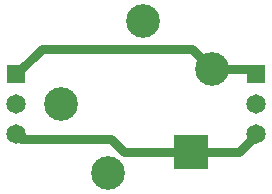
<source format=gtl>
%FSLAX33Y33*%
%MOMM*%
%ADD10C,0.762*%
%ADD11R,1.65X1.65*%
%ADD12C,1.65*%
%ADD13C,2.85*%
%ADD14R,2.85X2.85*%
D10*
%LNtop copper_traces*%
G01*
X5309Y10287D02*
X7468Y12446D01*
X20170Y12446*
X21869Y10747D02*
X25169Y10747D01*
X24204Y3672D02*
X25629Y5097D01*
X13310Y4826D02*
X5690Y4826D01*
X20170Y12446D02*
X21869Y10747D01*
X14464Y3672D02*
X24204Y3672D01*
X14464Y3672D02*
X13310Y4826D01*
%LNtop copper component 6f57667d5efb9778*%
D11*
X5309Y10287D03*
D12*
X5309Y7747D03*
X5309Y5207D03*
%LNtop copper component cc9a2f13d63439af*%
D13*
X13069Y1947D03*
X9069Y7747D03*
X16069Y14747D03*
X21869Y10747D03*
D14*
X20144Y3672D03*
%LNtop copper component 4c9a1d35790a009b*%
D11*
X25629Y10287D03*
D12*
X25629Y7747D03*
X25629Y5207D03*
M02*
</source>
